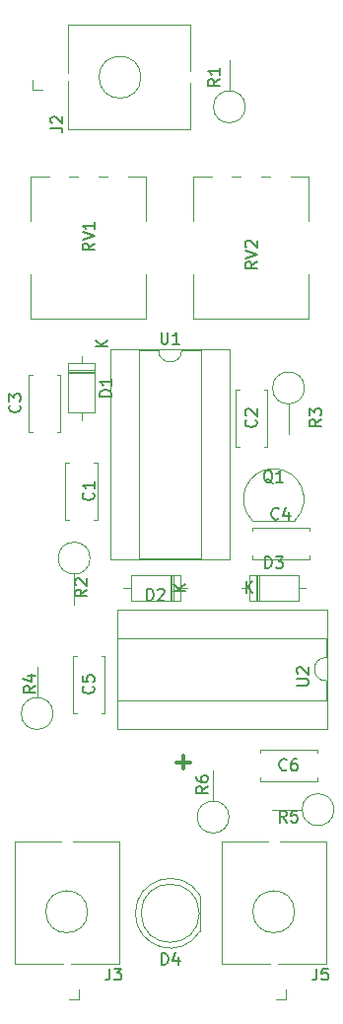
<source format=gbr>
G04 #@! TF.GenerationSoftware,KiCad,Pcbnew,(5.1.0)-1*
G04 #@! TF.CreationDate,2019-04-07T20:12:25-04:00*
G04 #@! TF.ProjectId,envelope,656e7665-6c6f-4706-952e-6b696361645f,rev?*
G04 #@! TF.SameCoordinates,Original*
G04 #@! TF.FileFunction,Legend,Top*
G04 #@! TF.FilePolarity,Positive*
%FSLAX46Y46*%
G04 Gerber Fmt 4.6, Leading zero omitted, Abs format (unit mm)*
G04 Created by KiCad (PCBNEW (5.1.0)-1) date 2019-04-07 20:12:25*
%MOMM*%
%LPD*%
G04 APERTURE LIST*
%ADD10C,0.300000*%
%ADD11C,0.120000*%
%ADD12C,0.150000*%
G04 APERTURE END LIST*
D10*
X126936571Y-113391142D02*
X128079428Y-113391142D01*
X127508000Y-113962571D02*
X127508000Y-112819714D01*
D11*
X139820000Y-110550000D02*
X139820000Y-100270000D01*
X121800000Y-110550000D02*
X139820000Y-110550000D01*
X121800000Y-100270000D02*
X121800000Y-110550000D01*
X139820000Y-100270000D02*
X121800000Y-100270000D01*
X139760000Y-108060000D02*
X139760000Y-106410000D01*
X121860000Y-108060000D02*
X139760000Y-108060000D01*
X121860000Y-102760000D02*
X121860000Y-108060000D01*
X139760000Y-102760000D02*
X121860000Y-102760000D01*
X139760000Y-104410000D02*
X139760000Y-102760000D01*
X139760000Y-106410000D02*
G75*
G02X139760000Y-104410000I0J1000000D01*
G01*
X131505000Y-77985000D02*
X121225000Y-77985000D01*
X131505000Y-96005000D02*
X131505000Y-77985000D01*
X121225000Y-96005000D02*
X131505000Y-96005000D01*
X121225000Y-77985000D02*
X121225000Y-96005000D01*
X129015000Y-78045000D02*
X127365000Y-78045000D01*
X129015000Y-95945000D02*
X129015000Y-78045000D01*
X123715000Y-95945000D02*
X129015000Y-95945000D01*
X123715000Y-78045000D02*
X123715000Y-95945000D01*
X125365000Y-78045000D02*
X123715000Y-78045000D01*
X127365000Y-78045000D02*
G75*
G02X125365000Y-78045000I-1000000J0D01*
G01*
X138280000Y-75350000D02*
X128340000Y-75350000D01*
X129940000Y-63110000D02*
X128340000Y-63110000D01*
X132439000Y-63110000D02*
X131680000Y-63110000D01*
X134939000Y-63110000D02*
X134180000Y-63110000D01*
X138280000Y-63110000D02*
X136681000Y-63110000D01*
X128340000Y-71485000D02*
X128340000Y-75350000D01*
X128340000Y-63110000D02*
X128340000Y-66975000D01*
X138280000Y-71485000D02*
X138280000Y-75350000D01*
X138280000Y-63110000D02*
X138280000Y-66975000D01*
X124310000Y-75350000D02*
X114370000Y-75350000D01*
X115970000Y-63110000D02*
X114370000Y-63110000D01*
X118469000Y-63110000D02*
X117710000Y-63110000D01*
X120969000Y-63110000D02*
X120210000Y-63110000D01*
X124310000Y-63110000D02*
X122711000Y-63110000D01*
X114370000Y-71485000D02*
X114370000Y-75350000D01*
X114370000Y-63110000D02*
X114370000Y-66975000D01*
X124310000Y-71485000D02*
X124310000Y-75350000D01*
X124310000Y-63110000D02*
X124310000Y-66975000D01*
X130048000Y-116740000D02*
X130048000Y-114130000D01*
X131418000Y-118110000D02*
G75*
G03X131418000Y-118110000I-1370000J0D01*
G01*
X137695000Y-117475000D02*
X135085000Y-117475000D01*
X140435000Y-117475000D02*
G75*
G03X140435000Y-117475000I-1370000J0D01*
G01*
X114935000Y-107850000D02*
X114935000Y-105240000D01*
X116305000Y-109220000D02*
G75*
G03X116305000Y-109220000I-1370000J0D01*
G01*
X136525000Y-82650000D02*
X136525000Y-85260000D01*
X137895000Y-81280000D02*
G75*
G03X137895000Y-81280000I-1370000J0D01*
G01*
X118110000Y-97255000D02*
X118110000Y-99865000D01*
X119480000Y-95885000D02*
G75*
G03X119480000Y-95885000I-1370000J0D01*
G01*
X131445000Y-55780000D02*
X131445000Y-53170000D01*
X132815000Y-57150000D02*
G75*
G03X132815000Y-57150000I-1370000J0D01*
G01*
X137093478Y-92643478D02*
G75*
G03X135255000Y-88205000I-1838478J1838478D01*
G01*
X133416522Y-92643478D02*
G75*
G02X135255000Y-88205000I1838478J1838478D01*
G01*
X133455000Y-92655000D02*
X137055000Y-92655000D01*
X136315000Y-133715000D02*
X135455000Y-133715000D01*
X136315000Y-133715000D02*
X136315000Y-132915000D01*
X137055000Y-126235000D02*
G75*
G03X137055000Y-126235000I-1800000J0D01*
G01*
X135605000Y-130735000D02*
X139755000Y-130735000D01*
X130755000Y-130735000D02*
X134905000Y-130735000D01*
X135755000Y-120235000D02*
X139755000Y-120235000D01*
X130755000Y-120235000D02*
X134755000Y-120235000D01*
X130755000Y-130735000D02*
X130755000Y-120235000D01*
X139755000Y-130735000D02*
X139755000Y-120235000D01*
X118535000Y-133715000D02*
X117675000Y-133715000D01*
X118535000Y-133715000D02*
X118535000Y-132915000D01*
X119275000Y-126235000D02*
G75*
G03X119275000Y-126235000I-1800000J0D01*
G01*
X117825000Y-130735000D02*
X121975000Y-130735000D01*
X112975000Y-130735000D02*
X117125000Y-130735000D01*
X117975000Y-120235000D02*
X121975000Y-120235000D01*
X112975000Y-120235000D02*
X116975000Y-120235000D01*
X112975000Y-130735000D02*
X112975000Y-120235000D01*
X121975000Y-130735000D02*
X121975000Y-120235000D01*
X114570000Y-55670000D02*
X114570000Y-54810000D01*
X114570000Y-55670000D02*
X115370000Y-55670000D01*
X123850000Y-54610000D02*
G75*
G03X123850000Y-54610000I-1800000J0D01*
G01*
X117550000Y-54960000D02*
X117550000Y-59110000D01*
X117550000Y-50110000D02*
X117550000Y-54260000D01*
X128050000Y-55110000D02*
X128050000Y-59110000D01*
X128050000Y-50110000D02*
X128050000Y-54110000D01*
X117550000Y-50110000D02*
X128050000Y-50110000D01*
X117550000Y-59110000D02*
X128050000Y-59110000D01*
X128925000Y-127910000D02*
X128925000Y-124820000D01*
X128865000Y-126365000D02*
G75*
G03X128865000Y-126365000I-2500000J0D01*
G01*
X123375000Y-126365462D02*
G75*
G02X128925000Y-124820170I2990000J462D01*
G01*
X123375000Y-126364538D02*
G75*
G03X128925000Y-127909830I2990000J-462D01*
G01*
X133735000Y-97305000D02*
X133735000Y-99545000D01*
X133975000Y-97305000D02*
X133975000Y-99545000D01*
X133855000Y-97305000D02*
X133855000Y-99545000D01*
X138025000Y-98425000D02*
X137375000Y-98425000D01*
X132485000Y-98425000D02*
X133135000Y-98425000D01*
X137375000Y-97305000D02*
X133135000Y-97305000D01*
X137375000Y-99545000D02*
X137375000Y-97305000D01*
X133135000Y-99545000D02*
X137375000Y-99545000D01*
X133135000Y-97305000D02*
X133135000Y-99545000D01*
X126615000Y-99545000D02*
X126615000Y-97305000D01*
X126375000Y-99545000D02*
X126375000Y-97305000D01*
X126495000Y-99545000D02*
X126495000Y-97305000D01*
X122325000Y-98425000D02*
X122975000Y-98425000D01*
X127865000Y-98425000D02*
X127215000Y-98425000D01*
X122975000Y-99545000D02*
X127215000Y-99545000D01*
X122975000Y-97305000D02*
X122975000Y-99545000D01*
X127215000Y-97305000D02*
X122975000Y-97305000D01*
X127215000Y-99545000D02*
X127215000Y-97305000D01*
X119865000Y-79760000D02*
X117625000Y-79760000D01*
X119865000Y-80000000D02*
X117625000Y-80000000D01*
X119865000Y-79880000D02*
X117625000Y-79880000D01*
X118745000Y-84050000D02*
X118745000Y-83400000D01*
X118745000Y-78510000D02*
X118745000Y-79160000D01*
X119865000Y-83400000D02*
X119865000Y-79160000D01*
X117625000Y-83400000D02*
X119865000Y-83400000D01*
X117625000Y-79160000D02*
X117625000Y-83400000D01*
X119865000Y-79160000D02*
X117625000Y-79160000D01*
X134095000Y-112610000D02*
X134095000Y-112295000D01*
X134095000Y-115035000D02*
X134095000Y-114720000D01*
X139035000Y-112610000D02*
X139035000Y-112295000D01*
X139035000Y-115035000D02*
X139035000Y-114720000D01*
X139035000Y-112295000D02*
X134095000Y-112295000D01*
X139035000Y-115035000D02*
X134095000Y-115035000D01*
X120435000Y-104250000D02*
X120750000Y-104250000D01*
X118010000Y-104250000D02*
X118325000Y-104250000D01*
X120435000Y-109190000D02*
X120750000Y-109190000D01*
X118010000Y-109190000D02*
X118325000Y-109190000D01*
X120750000Y-109190000D02*
X120750000Y-104250000D01*
X118010000Y-109190000D02*
X118010000Y-104250000D01*
X138320000Y-95670000D02*
X138320000Y-95985000D01*
X138320000Y-93245000D02*
X138320000Y-93560000D01*
X133380000Y-95670000D02*
X133380000Y-95985000D01*
X133380000Y-93245000D02*
X133380000Y-93560000D01*
X133380000Y-95985000D02*
X138320000Y-95985000D01*
X133380000Y-93245000D02*
X138320000Y-93245000D01*
X116625000Y-80120000D02*
X116940000Y-80120000D01*
X114200000Y-80120000D02*
X114515000Y-80120000D01*
X116625000Y-85060000D02*
X116940000Y-85060000D01*
X114200000Y-85060000D02*
X114515000Y-85060000D01*
X116940000Y-85060000D02*
X116940000Y-80120000D01*
X114200000Y-85060000D02*
X114200000Y-80120000D01*
X134405000Y-81390000D02*
X134720000Y-81390000D01*
X131980000Y-81390000D02*
X132295000Y-81390000D01*
X134405000Y-86330000D02*
X134720000Y-86330000D01*
X131980000Y-86330000D02*
X132295000Y-86330000D01*
X134720000Y-86330000D02*
X134720000Y-81390000D01*
X131980000Y-86330000D02*
X131980000Y-81390000D01*
X117690000Y-92600000D02*
X117375000Y-92600000D01*
X120115000Y-92600000D02*
X119800000Y-92600000D01*
X117690000Y-87660000D02*
X117375000Y-87660000D01*
X120115000Y-87660000D02*
X119800000Y-87660000D01*
X117375000Y-87660000D02*
X117375000Y-92600000D01*
X120115000Y-87660000D02*
X120115000Y-92600000D01*
D12*
X137247380Y-106806904D02*
X138056904Y-106806904D01*
X138152142Y-106759285D01*
X138199761Y-106711666D01*
X138247380Y-106616428D01*
X138247380Y-106425952D01*
X138199761Y-106330714D01*
X138152142Y-106283095D01*
X138056904Y-106235476D01*
X137247380Y-106235476D01*
X137342619Y-105806904D02*
X137295000Y-105759285D01*
X137247380Y-105664047D01*
X137247380Y-105425952D01*
X137295000Y-105330714D01*
X137342619Y-105283095D01*
X137437857Y-105235476D01*
X137533095Y-105235476D01*
X137675952Y-105283095D01*
X138247380Y-105854523D01*
X138247380Y-105235476D01*
X125603095Y-76497380D02*
X125603095Y-77306904D01*
X125650714Y-77402142D01*
X125698333Y-77449761D01*
X125793571Y-77497380D01*
X125984047Y-77497380D01*
X126079285Y-77449761D01*
X126126904Y-77402142D01*
X126174523Y-77306904D01*
X126174523Y-76497380D01*
X127174523Y-77497380D02*
X126603095Y-77497380D01*
X126888809Y-77497380D02*
X126888809Y-76497380D01*
X126793571Y-76640238D01*
X126698333Y-76735476D01*
X126603095Y-76783095D01*
X133802380Y-70445238D02*
X133326190Y-70778571D01*
X133802380Y-71016666D02*
X132802380Y-71016666D01*
X132802380Y-70635714D01*
X132850000Y-70540476D01*
X132897619Y-70492857D01*
X132992857Y-70445238D01*
X133135714Y-70445238D01*
X133230952Y-70492857D01*
X133278571Y-70540476D01*
X133326190Y-70635714D01*
X133326190Y-71016666D01*
X132802380Y-70159523D02*
X133802380Y-69826190D01*
X132802380Y-69492857D01*
X132897619Y-69207142D02*
X132850000Y-69159523D01*
X132802380Y-69064285D01*
X132802380Y-68826190D01*
X132850000Y-68730952D01*
X132897619Y-68683333D01*
X132992857Y-68635714D01*
X133088095Y-68635714D01*
X133230952Y-68683333D01*
X133802380Y-69254761D01*
X133802380Y-68635714D01*
X119832380Y-68875238D02*
X119356190Y-69208571D01*
X119832380Y-69446666D02*
X118832380Y-69446666D01*
X118832380Y-69065714D01*
X118880000Y-68970476D01*
X118927619Y-68922857D01*
X119022857Y-68875238D01*
X119165714Y-68875238D01*
X119260952Y-68922857D01*
X119308571Y-68970476D01*
X119356190Y-69065714D01*
X119356190Y-69446666D01*
X118832380Y-68589523D02*
X119832380Y-68256190D01*
X118832380Y-67922857D01*
X119832380Y-67065714D02*
X119832380Y-67637142D01*
X119832380Y-67351428D02*
X118832380Y-67351428D01*
X118975238Y-67446666D01*
X119070476Y-67541904D01*
X119118095Y-67637142D01*
X129611380Y-115482666D02*
X129135190Y-115816000D01*
X129611380Y-116054095D02*
X128611380Y-116054095D01*
X128611380Y-115673142D01*
X128659000Y-115577904D01*
X128706619Y-115530285D01*
X128801857Y-115482666D01*
X128944714Y-115482666D01*
X129039952Y-115530285D01*
X129087571Y-115577904D01*
X129135190Y-115673142D01*
X129135190Y-116054095D01*
X128611380Y-114625523D02*
X128611380Y-114816000D01*
X128659000Y-114911238D01*
X128706619Y-114958857D01*
X128849476Y-115054095D01*
X129039952Y-115101714D01*
X129420904Y-115101714D01*
X129516142Y-115054095D01*
X129563761Y-115006476D01*
X129611380Y-114911238D01*
X129611380Y-114720761D01*
X129563761Y-114625523D01*
X129516142Y-114577904D01*
X129420904Y-114530285D01*
X129182809Y-114530285D01*
X129087571Y-114577904D01*
X129039952Y-114625523D01*
X128992333Y-114720761D01*
X128992333Y-114911238D01*
X129039952Y-115006476D01*
X129087571Y-115054095D01*
X129182809Y-115101714D01*
X136358333Y-118562380D02*
X136025000Y-118086190D01*
X135786904Y-118562380D02*
X135786904Y-117562380D01*
X136167857Y-117562380D01*
X136263095Y-117610000D01*
X136310714Y-117657619D01*
X136358333Y-117752857D01*
X136358333Y-117895714D01*
X136310714Y-117990952D01*
X136263095Y-118038571D01*
X136167857Y-118086190D01*
X135786904Y-118086190D01*
X137263095Y-117562380D02*
X136786904Y-117562380D01*
X136739285Y-118038571D01*
X136786904Y-117990952D01*
X136882142Y-117943333D01*
X137120238Y-117943333D01*
X137215476Y-117990952D01*
X137263095Y-118038571D01*
X137310714Y-118133809D01*
X137310714Y-118371904D01*
X137263095Y-118467142D01*
X137215476Y-118514761D01*
X137120238Y-118562380D01*
X136882142Y-118562380D01*
X136786904Y-118514761D01*
X136739285Y-118467142D01*
X114752380Y-106846666D02*
X114276190Y-107180000D01*
X114752380Y-107418095D02*
X113752380Y-107418095D01*
X113752380Y-107037142D01*
X113800000Y-106941904D01*
X113847619Y-106894285D01*
X113942857Y-106846666D01*
X114085714Y-106846666D01*
X114180952Y-106894285D01*
X114228571Y-106941904D01*
X114276190Y-107037142D01*
X114276190Y-107418095D01*
X114085714Y-105989523D02*
X114752380Y-105989523D01*
X113704761Y-106227619D02*
X114419047Y-106465714D01*
X114419047Y-105846666D01*
X139347380Y-83986666D02*
X138871190Y-84320000D01*
X139347380Y-84558095D02*
X138347380Y-84558095D01*
X138347380Y-84177142D01*
X138395000Y-84081904D01*
X138442619Y-84034285D01*
X138537857Y-83986666D01*
X138680714Y-83986666D01*
X138775952Y-84034285D01*
X138823571Y-84081904D01*
X138871190Y-84177142D01*
X138871190Y-84558095D01*
X138347380Y-83653333D02*
X138347380Y-83034285D01*
X138728333Y-83367619D01*
X138728333Y-83224761D01*
X138775952Y-83129523D01*
X138823571Y-83081904D01*
X138918809Y-83034285D01*
X139156904Y-83034285D01*
X139252142Y-83081904D01*
X139299761Y-83129523D01*
X139347380Y-83224761D01*
X139347380Y-83510476D01*
X139299761Y-83605714D01*
X139252142Y-83653333D01*
X119197380Y-98591666D02*
X118721190Y-98925000D01*
X119197380Y-99163095D02*
X118197380Y-99163095D01*
X118197380Y-98782142D01*
X118245000Y-98686904D01*
X118292619Y-98639285D01*
X118387857Y-98591666D01*
X118530714Y-98591666D01*
X118625952Y-98639285D01*
X118673571Y-98686904D01*
X118721190Y-98782142D01*
X118721190Y-99163095D01*
X118292619Y-98210714D02*
X118245000Y-98163095D01*
X118197380Y-98067857D01*
X118197380Y-97829761D01*
X118245000Y-97734523D01*
X118292619Y-97686904D01*
X118387857Y-97639285D01*
X118483095Y-97639285D01*
X118625952Y-97686904D01*
X119197380Y-98258333D01*
X119197380Y-97639285D01*
X130627380Y-54776666D02*
X130151190Y-55110000D01*
X130627380Y-55348095D02*
X129627380Y-55348095D01*
X129627380Y-54967142D01*
X129675000Y-54871904D01*
X129722619Y-54824285D01*
X129817857Y-54776666D01*
X129960714Y-54776666D01*
X130055952Y-54824285D01*
X130103571Y-54871904D01*
X130151190Y-54967142D01*
X130151190Y-55348095D01*
X130627380Y-53824285D02*
X130627380Y-54395714D01*
X130627380Y-54110000D02*
X129627380Y-54110000D01*
X129770238Y-54205238D01*
X129865476Y-54300476D01*
X129913095Y-54395714D01*
X135159761Y-89447619D02*
X135064523Y-89400000D01*
X134969285Y-89304761D01*
X134826428Y-89161904D01*
X134731190Y-89114285D01*
X134635952Y-89114285D01*
X134683571Y-89352380D02*
X134588333Y-89304761D01*
X134493095Y-89209523D01*
X134445476Y-89019047D01*
X134445476Y-88685714D01*
X134493095Y-88495238D01*
X134588333Y-88400000D01*
X134683571Y-88352380D01*
X134874047Y-88352380D01*
X134969285Y-88400000D01*
X135064523Y-88495238D01*
X135112142Y-88685714D01*
X135112142Y-89019047D01*
X135064523Y-89209523D01*
X134969285Y-89304761D01*
X134874047Y-89352380D01*
X134683571Y-89352380D01*
X136064523Y-89352380D02*
X135493095Y-89352380D01*
X135778809Y-89352380D02*
X135778809Y-88352380D01*
X135683571Y-88495238D01*
X135588333Y-88590476D01*
X135493095Y-88638095D01*
X138951666Y-131087380D02*
X138951666Y-131801666D01*
X138904047Y-131944523D01*
X138808809Y-132039761D01*
X138665952Y-132087380D01*
X138570714Y-132087380D01*
X139904047Y-131087380D02*
X139427857Y-131087380D01*
X139380238Y-131563571D01*
X139427857Y-131515952D01*
X139523095Y-131468333D01*
X139761190Y-131468333D01*
X139856428Y-131515952D01*
X139904047Y-131563571D01*
X139951666Y-131658809D01*
X139951666Y-131896904D01*
X139904047Y-131992142D01*
X139856428Y-132039761D01*
X139761190Y-132087380D01*
X139523095Y-132087380D01*
X139427857Y-132039761D01*
X139380238Y-131992142D01*
X121171666Y-131087380D02*
X121171666Y-131801666D01*
X121124047Y-131944523D01*
X121028809Y-132039761D01*
X120885952Y-132087380D01*
X120790714Y-132087380D01*
X121552619Y-131087380D02*
X122171666Y-131087380D01*
X121838333Y-131468333D01*
X121981190Y-131468333D01*
X122076428Y-131515952D01*
X122124047Y-131563571D01*
X122171666Y-131658809D01*
X122171666Y-131896904D01*
X122124047Y-131992142D01*
X122076428Y-132039761D01*
X121981190Y-132087380D01*
X121695476Y-132087380D01*
X121600238Y-132039761D01*
X121552619Y-131992142D01*
X116102380Y-58973333D02*
X116816666Y-58973333D01*
X116959523Y-59020952D01*
X117054761Y-59116190D01*
X117102380Y-59259047D01*
X117102380Y-59354285D01*
X116197619Y-58544761D02*
X116150000Y-58497142D01*
X116102380Y-58401904D01*
X116102380Y-58163809D01*
X116150000Y-58068571D01*
X116197619Y-58020952D01*
X116292857Y-57973333D01*
X116388095Y-57973333D01*
X116530952Y-58020952D01*
X117102380Y-58592380D01*
X117102380Y-57973333D01*
X125626904Y-130777380D02*
X125626904Y-129777380D01*
X125865000Y-129777380D01*
X126007857Y-129825000D01*
X126103095Y-129920238D01*
X126150714Y-130015476D01*
X126198333Y-130205952D01*
X126198333Y-130348809D01*
X126150714Y-130539285D01*
X126103095Y-130634523D01*
X126007857Y-130729761D01*
X125865000Y-130777380D01*
X125626904Y-130777380D01*
X127055476Y-130110714D02*
X127055476Y-130777380D01*
X126817380Y-129729761D02*
X126579285Y-130444047D01*
X127198333Y-130444047D01*
X134516904Y-96757380D02*
X134516904Y-95757380D01*
X134755000Y-95757380D01*
X134897857Y-95805000D01*
X134993095Y-95900238D01*
X135040714Y-95995476D01*
X135088333Y-96185952D01*
X135088333Y-96328809D01*
X135040714Y-96519285D01*
X134993095Y-96614523D01*
X134897857Y-96709761D01*
X134755000Y-96757380D01*
X134516904Y-96757380D01*
X135421666Y-95757380D02*
X136040714Y-95757380D01*
X135707380Y-96138333D01*
X135850238Y-96138333D01*
X135945476Y-96185952D01*
X135993095Y-96233571D01*
X136040714Y-96328809D01*
X136040714Y-96566904D01*
X135993095Y-96662142D01*
X135945476Y-96709761D01*
X135850238Y-96757380D01*
X135564523Y-96757380D01*
X135469285Y-96709761D01*
X135421666Y-96662142D01*
X132873095Y-98877380D02*
X132873095Y-97877380D01*
X133444523Y-98877380D02*
X133015952Y-98305952D01*
X133444523Y-97877380D02*
X132873095Y-98448809D01*
X124356904Y-99512380D02*
X124356904Y-98512380D01*
X124595000Y-98512380D01*
X124737857Y-98560000D01*
X124833095Y-98655238D01*
X124880714Y-98750476D01*
X124928333Y-98940952D01*
X124928333Y-99083809D01*
X124880714Y-99274285D01*
X124833095Y-99369523D01*
X124737857Y-99464761D01*
X124595000Y-99512380D01*
X124356904Y-99512380D01*
X125309285Y-98607619D02*
X125356904Y-98560000D01*
X125452142Y-98512380D01*
X125690238Y-98512380D01*
X125785476Y-98560000D01*
X125833095Y-98607619D01*
X125880714Y-98702857D01*
X125880714Y-98798095D01*
X125833095Y-98940952D01*
X125261666Y-99512380D01*
X125880714Y-99512380D01*
X127667380Y-98686904D02*
X126667380Y-98686904D01*
X127667380Y-98115476D02*
X127095952Y-98544047D01*
X126667380Y-98115476D02*
X127238809Y-98686904D01*
X121317380Y-82018095D02*
X120317380Y-82018095D01*
X120317380Y-81780000D01*
X120365000Y-81637142D01*
X120460238Y-81541904D01*
X120555476Y-81494285D01*
X120745952Y-81446666D01*
X120888809Y-81446666D01*
X121079285Y-81494285D01*
X121174523Y-81541904D01*
X121269761Y-81637142D01*
X121317380Y-81780000D01*
X121317380Y-82018095D01*
X121317380Y-80494285D02*
X121317380Y-81065714D01*
X121317380Y-80780000D02*
X120317380Y-80780000D01*
X120460238Y-80875238D01*
X120555476Y-80970476D01*
X120603095Y-81065714D01*
X120997380Y-77731904D02*
X119997380Y-77731904D01*
X120997380Y-77160476D02*
X120425952Y-77589047D01*
X119997380Y-77160476D02*
X120568809Y-77731904D01*
X136358333Y-114022142D02*
X136310714Y-114069761D01*
X136167857Y-114117380D01*
X136072619Y-114117380D01*
X135929761Y-114069761D01*
X135834523Y-113974523D01*
X135786904Y-113879285D01*
X135739285Y-113688809D01*
X135739285Y-113545952D01*
X135786904Y-113355476D01*
X135834523Y-113260238D01*
X135929761Y-113165000D01*
X136072619Y-113117380D01*
X136167857Y-113117380D01*
X136310714Y-113165000D01*
X136358333Y-113212619D01*
X137215476Y-113117380D02*
X137025000Y-113117380D01*
X136929761Y-113165000D01*
X136882142Y-113212619D01*
X136786904Y-113355476D01*
X136739285Y-113545952D01*
X136739285Y-113926904D01*
X136786904Y-114022142D01*
X136834523Y-114069761D01*
X136929761Y-114117380D01*
X137120238Y-114117380D01*
X137215476Y-114069761D01*
X137263095Y-114022142D01*
X137310714Y-113926904D01*
X137310714Y-113688809D01*
X137263095Y-113593571D01*
X137215476Y-113545952D01*
X137120238Y-113498333D01*
X136929761Y-113498333D01*
X136834523Y-113545952D01*
X136786904Y-113593571D01*
X136739285Y-113688809D01*
X119737142Y-106886666D02*
X119784761Y-106934285D01*
X119832380Y-107077142D01*
X119832380Y-107172380D01*
X119784761Y-107315238D01*
X119689523Y-107410476D01*
X119594285Y-107458095D01*
X119403809Y-107505714D01*
X119260952Y-107505714D01*
X119070476Y-107458095D01*
X118975238Y-107410476D01*
X118880000Y-107315238D01*
X118832380Y-107172380D01*
X118832380Y-107077142D01*
X118880000Y-106934285D01*
X118927619Y-106886666D01*
X118832380Y-105981904D02*
X118832380Y-106458095D01*
X119308571Y-106505714D01*
X119260952Y-106458095D01*
X119213333Y-106362857D01*
X119213333Y-106124761D01*
X119260952Y-106029523D01*
X119308571Y-105981904D01*
X119403809Y-105934285D01*
X119641904Y-105934285D01*
X119737142Y-105981904D01*
X119784761Y-106029523D01*
X119832380Y-106124761D01*
X119832380Y-106362857D01*
X119784761Y-106458095D01*
X119737142Y-106505714D01*
X135683333Y-92472142D02*
X135635714Y-92519761D01*
X135492857Y-92567380D01*
X135397619Y-92567380D01*
X135254761Y-92519761D01*
X135159523Y-92424523D01*
X135111904Y-92329285D01*
X135064285Y-92138809D01*
X135064285Y-91995952D01*
X135111904Y-91805476D01*
X135159523Y-91710238D01*
X135254761Y-91615000D01*
X135397619Y-91567380D01*
X135492857Y-91567380D01*
X135635714Y-91615000D01*
X135683333Y-91662619D01*
X136540476Y-91900714D02*
X136540476Y-92567380D01*
X136302380Y-91519761D02*
X136064285Y-92234047D01*
X136683333Y-92234047D01*
X113427142Y-82756666D02*
X113474761Y-82804285D01*
X113522380Y-82947142D01*
X113522380Y-83042380D01*
X113474761Y-83185238D01*
X113379523Y-83280476D01*
X113284285Y-83328095D01*
X113093809Y-83375714D01*
X112950952Y-83375714D01*
X112760476Y-83328095D01*
X112665238Y-83280476D01*
X112570000Y-83185238D01*
X112522380Y-83042380D01*
X112522380Y-82947142D01*
X112570000Y-82804285D01*
X112617619Y-82756666D01*
X112522380Y-82423333D02*
X112522380Y-81804285D01*
X112903333Y-82137619D01*
X112903333Y-81994761D01*
X112950952Y-81899523D01*
X112998571Y-81851904D01*
X113093809Y-81804285D01*
X113331904Y-81804285D01*
X113427142Y-81851904D01*
X113474761Y-81899523D01*
X113522380Y-81994761D01*
X113522380Y-82280476D01*
X113474761Y-82375714D01*
X113427142Y-82423333D01*
X133707142Y-84026666D02*
X133754761Y-84074285D01*
X133802380Y-84217142D01*
X133802380Y-84312380D01*
X133754761Y-84455238D01*
X133659523Y-84550476D01*
X133564285Y-84598095D01*
X133373809Y-84645714D01*
X133230952Y-84645714D01*
X133040476Y-84598095D01*
X132945238Y-84550476D01*
X132850000Y-84455238D01*
X132802380Y-84312380D01*
X132802380Y-84217142D01*
X132850000Y-84074285D01*
X132897619Y-84026666D01*
X132897619Y-83645714D02*
X132850000Y-83598095D01*
X132802380Y-83502857D01*
X132802380Y-83264761D01*
X132850000Y-83169523D01*
X132897619Y-83121904D01*
X132992857Y-83074285D01*
X133088095Y-83074285D01*
X133230952Y-83121904D01*
X133802380Y-83693333D01*
X133802380Y-83074285D01*
X119737142Y-90296666D02*
X119784761Y-90344285D01*
X119832380Y-90487142D01*
X119832380Y-90582380D01*
X119784761Y-90725238D01*
X119689523Y-90820476D01*
X119594285Y-90868095D01*
X119403809Y-90915714D01*
X119260952Y-90915714D01*
X119070476Y-90868095D01*
X118975238Y-90820476D01*
X118880000Y-90725238D01*
X118832380Y-90582380D01*
X118832380Y-90487142D01*
X118880000Y-90344285D01*
X118927619Y-90296666D01*
X119832380Y-89344285D02*
X119832380Y-89915714D01*
X119832380Y-89630000D02*
X118832380Y-89630000D01*
X118975238Y-89725238D01*
X119070476Y-89820476D01*
X119118095Y-89915714D01*
M02*

</source>
